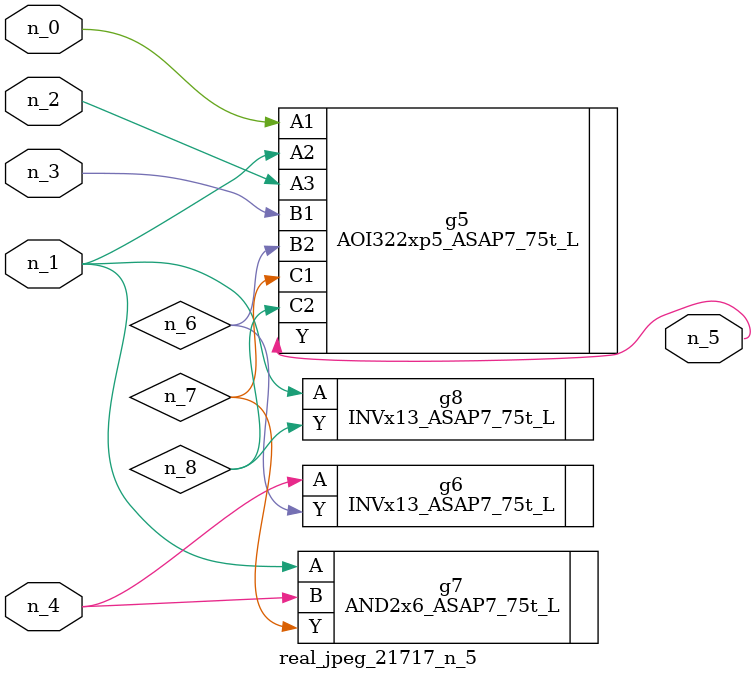
<source format=v>
module real_jpeg_21717_n_5 (n_4, n_0, n_1, n_2, n_3, n_5);

input n_4;
input n_0;
input n_1;
input n_2;
input n_3;

output n_5;

wire n_8;
wire n_6;
wire n_7;

AOI322xp5_ASAP7_75t_L g5 ( 
.A1(n_0),
.A2(n_1),
.A3(n_2),
.B1(n_3),
.B2(n_6),
.C1(n_7),
.C2(n_8),
.Y(n_5)
);

AND2x6_ASAP7_75t_L g7 ( 
.A(n_1),
.B(n_4),
.Y(n_7)
);

INVx13_ASAP7_75t_L g8 ( 
.A(n_1),
.Y(n_8)
);

INVx13_ASAP7_75t_L g6 ( 
.A(n_4),
.Y(n_6)
);


endmodule
</source>
